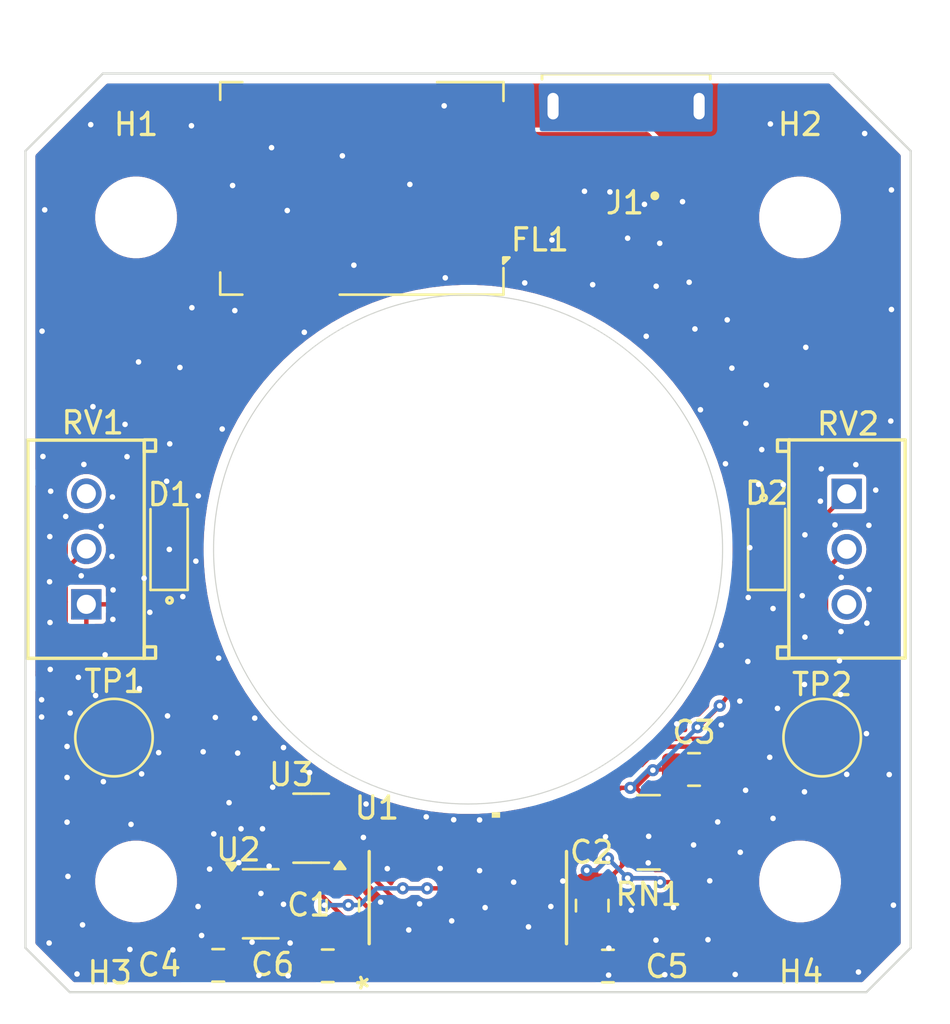
<source format=kicad_pcb>
(kicad_pcb (version 20240108) (generator "pcbnew") (generator_version "8.0")
  (layers (0 "F.Cu" signal) (31 "B.Cu" signal) (34 "B.Paste" user) (35 "F.Paste" user) (36 "B.SilkS" user "B.Silkscreen") (37 "F.SilkS" user "F.Silkscreen") (38 "B.Mask" user) (39 "F.Mask" user) (44 "Edge.Cuts" user))
  (net 0 "")
  (net 1 "Net-(D1-K)")
  (net 2 "/Vd1")
  (net 3 "Net-(D2-K)")
  (net 4 "/Vd2")
  (net 5 "Net-(RN1-R3.1)")
  (net 6 "/Vout")
  (net 7 "GND")
  (net 9 "+5V")
  (net 12 "Net-(U1D--)")
  (net 13 "Net-(RN1-R1.1)")
  (net 14 "+3.8V")
  (net 15 "+1V0")
  (net 17 "Net-(FL1-PSG)")
  (net 18 "Net-(FL1-B)")
  (footprint "Capacitor_SMD:C_0805_2012Metric" (layer "F.Cu") (at -5.66 16.09 90)
    (property "Reference" "C1")
    (property "Value" "10pF")
  )
  (footprint "Custom:Filter_Murata_BNX025" (layer "F.Cu") (at -4.8 -16.31 180)
    (property "Reference" "FL1")
    (property "Value" "BNX025")
  )
  (footprint "Custom:POT_PV36W_MUR" (layer "F.Cu") (at -17.2488 2.4792 90)
    (property "Reference" "RV1")
    (property "Value" "R_Potentiometer_Trim")
  )
  (footprint "Capacitor_SMD:C_0805_2012Metric" (layer "F.Cu") (at 6.32 18.82)
    (property "Reference" "C5")
    (property "Value" "100nF")
  )
  (footprint "TestPoint:TestPoint_Pad_D3.0mm" (layer "F.Cu") (at 16 8.5)
    (property "Reference" "TP2")
    (property "Value" "TestPoint")
  )
  (footprint "Custom:Photodiode" (layer "F.Cu") (at 13.5 0 90)
    (property "Reference" "D2")
    (property "Value" "D_Photo")
  )
  (footprint "Package_TO_SOT_SMD:SOT-23-5" (layer "F.Cu") (at -9.37 16.0075)
    (property "Reference" "U2")
    (property "Value" "3.8V LDO")
  )
  (footprint "Custom:Photodiode" (layer "F.Cu") (at -13.5 0 90)
    (property "Reference" "D1")
    (property "Value" "D_Photo")
  )
  (footprint "Resistor_SMD:R_Array_Convex_4x0603" (layer "F.Cu") (at 8.16 12.78 180)
    (property "Reference" "RN1")
    (property "Value" "1k, 10k" (hide yes))
  )
  (footprint "Capacitor_SMD:C_0805_2012Metric" (layer "F.Cu") (at -6.34 18.81 180)
    (property "Reference" "C6")
    (property "Value" "1µF")
  )
  (footprint "Package_TO_SOT_SMD:SOT-23-6" (layer "F.Cu") (at -7.09 12.5925 180)
    (property "Reference" "U3")
    (property "Value" "1.024 Vref")
  )
  (footprint "MountingHole:MountingHole_3.2mm_M3" (layer "F.Cu") (at 15 -15)
    (property "Reference" "H2")
    (property "Value" "MountingHole")
  )
  (footprint "Custom:SOIC14_SL_MCH" (layer "F.Cu") (at -0.01 15.7289 90)
    (property "Reference" "U1")
    (property "Value" "Opamp_Quad")
  )
  (footprint "Capacitor_SMD:C_0805_2012Metric" (layer "F.Cu") (at 10.21 9.94)
    (property "Reference" "C3")
    (property "Value" "10pF")
  )
  (footprint "Capacitor_SMD:C_0805_2012Metric" (layer "F.Cu") (at 5.61 16.09 90)
    (property "Reference" "C2")
    (property "Value" "10pF")
  )
  (footprint "MountingHole:MountingHole_3.2mm_M3" (layer "F.Cu") (at -15 15)
    (property "Reference" "H3")
    (property "Value" "MountingHole")
  )
  (footprint "Custom:AMPHENOL_10118193-0001LF" (layer "F.Cu") (at 7.14 -20.025 180)
    (property "Reference" "J1")
    (property "Value" "USB_B_Micro")
  )
  (footprint "Capacitor_SMD:C_0805_2012Metric" (layer "F.Cu") (at -11.29 18.79)
    (property "Reference" "C4")
    (property "Value" "1µF")
  )
  (footprint "MountingHole:MountingHole_3.2mm_M3" (layer "F.Cu") (at -15 -15)
    (property "Reference" "H1")
    (property "Value" "MountingHole")
  )
  (footprint "Custom:POT_PV36W_MUR" (layer "F.Cu") (at 17.11 -2.51 -90)
    (property "Reference" "RV2")
    (property "Value" "R_Potentiometer_Trim")
  )
  (footprint "MountingHole:MountingHole_3.2mm_M3" (layer "F.Cu") (at 15 15)
    (property "Reference" "H4")
    (property "Value" "MountingHole")
  )
  (footprint "TestPoint:TestPoint_Pad_D3.0mm" (layer "F.Cu") (at -16 8.5)
    (property "Reference" "TP1")
    (property "Value" "TestPoint")
  )
  (gr_line (start -16.5 -21.5) (end 16.5 -21.5) (stroke (width 0.1)) (layer "Edge.Cuts"))
  (gr_line (start -18 20) (end -20 18) (stroke (width 0.1)) (layer "Edge.Cuts"))
  (gr_line (start 18 20) (end -18 20) (stroke (width 0.1)) (layer "Edge.Cuts"))
  (gr_line (start -20 -18) (end -16.5 -21.5) (stroke (width 0.1)) (layer "Edge.Cuts"))
  (gr_line (start 20 18) (end 18 20) (stroke (width 0.1)) (layer "Edge.Cuts"))
  (gr_line (start -20 18) (end -20 -18) (stroke (width 0.1)) (layer "Edge.Cuts"))
  (gr_line (start 16.5 -21.5) (end 20 -18) (stroke (width 0.1)) (layer "Edge.Cuts"))
  (gr_line (start 20 -18) (end 20 18) (stroke (width 0.1)) (layer "Edge.Cuts"))
  (gr_circle (center 0 0) (end 11.5 0) (stroke (width 0.05)) (fill none) (layer "Edge.Cuts"))
  (segment (start -17.8346 3.065) (end -17.2488 2.4792) (width 0.2) (layer "F.Cu") (net 1))
  (segment (start -5.565026 15.14) (end -2.55 18.155026) (width 0.2) (layer "F.Cu") (net 1))
  (segment (start -6.865 11.277684) (end -9.962583 8.180101) (width 0.2) (layer "F.Cu") (net 1))
  (segment (start -6.86 13.93) (end -6.865 13.925) (width 0.2) (layer "F.Cu") (net 1))
  (segment (start -13.845025 8.180101) (end -17.2488 4.776326) (width 0.2) (layer "F.Cu") (net 1))
  (segment (start -17.2488 4.776326) (end -17.2488 2.4792) (width 0.2) (layer "F.Cu") (net 1))
  (segment (start -2.55 18.155026) (end -2.55 18.3832) (width 0.2) (layer "F.Cu") (net 1))
  (segment (start -14.8792 2.4792) (end -13.5 1.1) (width 0.2) (layer "F.Cu") (net 1))
  (segment (start -6.865 13.935) (end -6.86 13.93) (width 0.2) (layer "F.Cu") (net 1))
  (segment (start -5.66 15.14) (end -5.565026 15.14) (width 0.2) (layer "F.Cu") (net 1))
  (segment (start -5.66 15.14) (end -6.865 13.935) (width 0.2) (layer "F.Cu") (net 1))
  (segment (start -6.865 13.925) (end -6.865 11.277684) (width 0.2) (layer "F.Cu") (net 1))
  (segment (start -17.2488 2.4792) (end -14.8792 2.4792) (width 0.2) (layer "F.Cu") (net 1))
  (segment (start -9.962583 8.180101) (end -13.845025 8.180101) (width 0.2) (layer "F.Cu") (net 1))
  (segment (start -4.16 17.04) (end -5.66 17.04) (width 0.2) (layer "F.Cu") (net 2))
  (segment (start 0.7631 15.31) (end 0.90155 15.17155) (width 0.2) (layer "F.Cu") (net 2))
  (segment (start -2.95 15.31) (end -1.85 15.31) (width 0.2) (layer "F.Cu") (net 2))
  (segment (start 7.26 11.58) (end 6.66 11.58) (width 0.2) (layer "F.Cu") (net 2))
  (segment (start 1.75 14.3231) (end 3.67 14.3231) (width 0.2) (layer "F.Cu") (net 2))
  (segment (start -7.215 15.024034) (end -6.194517 16.044517) (width 0.2) (layer "F.Cu") (net 2))
  (segment (start -3.82 17.38) (end -4.16 17.04) (width 0.2) (layer "F.Cu") (net 2))
  (segment (start -15.95 8.55) (end -10.087658 8.55) (width 0.2) (layer "F.Cu") (net 2))
  (segment (start -18.1846 2.37) (end -18.1846 4.3355) (width 0.2) (layer "F.Cu") (net 2))
  (segment (start 3.9169 14.3231) (end 3.67 14.3231) (width 0.2) (layer "F.Cu") (net 2))
  (segment (start -7.215 11.422658) (end -7.215 15.024034) (width 0.2) (layer "F.Cu") (net 2))
  (segment (start -16 8.5) (end -16 6.5201) (width 0.2) (layer "F.Cu") (net 2))
  (segment (start -18.1846 0.915) (end -18.1846 2.37) (width 0.2) (layer "F.Cu") (net 2))
  (segment (start -6.194517 16.044517) (end -6.22 16.07) (width 0.2) (layer "F.Cu") (net 2))
  (segment (start -1.85 15.31) (end 0.7631 15.31) (width 0.2) (layer "F.Cu") (net 2))
  (segment (start -15.22 9.28) (end -16 8.5) (width 0.2) (layer "F.Cu") (net 2))
  (segment (start -17.91005 4.61005) (end -18.1846 4.3355) (width 0.2) (layer "F.Cu") (net 2))
  (segment (start -10.087658 8.55) (end -7.215 11.422658) (width 0.2) (layer "F.Cu") (net 2))
  (segment (start -3.82 18.3832) (end -3.82 17.38) (width 0.2) (layer "F.Cu") (net 2))
  (segment (start -5.415 16.07) (end -5.41 16.065) (width 0.2) (layer "F.Cu") (net 2))
  (segment (start -5.66 17.04) (end -5.66 16.579034) (width 0.2) (layer "F.Cu") (net 2))
  (segment (start 0.90155 15.17155) (end 1.75 14.3231) (width 0.2) (layer "F.Cu") (net 2))
  (segment (start -6.22 16.07) (end -6.49 16.07) (width 0.2) (layer "F.Cu") (net 2))
  (segment (start 6.66 11.58) (end 3.9169 14.3231) (width 0.2) (layer "F.Cu") (net 2))
  (segment (start -16 8.5) (end -15.95 8.55) (width 0.2) (layer "F.Cu") (net 2))
  (segment (start -5.66 17.04) (end -5.29 17.41) (width 0.2) (layer "F.Cu") (net 2))
  (segment (start -6.49 16.07) (end -5.415 16.07) (width 0.2) (layer "F.Cu") (net 2))
  (segment (start -16 6.5201) (end -17.91005 4.61005) (width 0.2) (layer "F.Cu") (net 2))
  (segment (start -17.2488 -0.0208) (end -18.1846 0.915) (width 0.2) (layer "F.Cu") (net 2))
  (segment (start -5.66 16.579034) (end -6.194517 16.044517) (width 0.2) (layer "F.Cu") (net 2))
  (via (at -6.49 16.07) (size 0.55) (drill 0.25) (layers "F.Cu" "B.Cu") (net 2))
  (via (at -2.95 15.31) (size 0.55) (drill 0.25) (layers "F.Cu" "B.Cu") (net 2))
  (via (at -5.41 16.065) (size 0.55) (drill 0.25) (layers "F.Cu" "B.Cu") (net 2))
  (via (at -1.85 15.31) (size 0.55) (drill 0.25) (layers "F.Cu" "B.Cu") (net 2))
  (segment (start -4.14 15.31) (end -2.95 15.31) (width 0.2) (layer "B.Cu") (net 2))
  (segment (start -6.49 16.07) (end -5.415 16.07) (width 0.2) (layer "B.Cu") (net 2))
  (segment (start -1.85 15.31) (end -2.95 15.31) (width 0.2) (layer "B.Cu") (net 2))
  (segment (start -5.415 16.07) (end -5.41 16.065) (width 0.2) (layer "B.Cu") (net 2))
  (segment (start -4.895 16.065) (end -4.396281 15.566281) (width 0.2) (layer "B.Cu") (net 2))
  (segment (start -4.39 15.56) (end -4.396281 15.566281) (width 0.2) (layer "B.Cu") (net 2))
  (segment (start -4.39 15.56) (end -4.14 15.31) (width 0.2) (layer "B.Cu") (net 2))
  (segment (start -5.41 16.065) (end -4.895 16.065) (width 0.2) (layer "B.Cu") (net 2))
  (segment (start 5.362005 14.495432) (end 5.455432 14.495432) (width 0.2) (layer "F.Cu") (net 3))
  (segment (start 5.362005 14.495432) (end 5.784568 14.495432) (width 0.2) (layer "F.Cu") (net 3))
  (segment (start 15.8242 6.4458) (end 15.8242 1.11) (width 0.2) (layer "F.Cu") (net 3))
  (segment (start 5.362005 14.892005) (end 5.61 15.14) (width 0.2) (layer "F.Cu") (net 3))
  (segment (start 15.275126 6.75) (end 15.52 6.75) (width 0.2) (layer "F.Cu") (net 3))
  (segment (start 9.514974 15.03) (end 9.854974 14.69) (width 0.2) (layer "F.Cu") (net 3))
  (segment (start 8.5 14.85) (end 8.68 15.03) (width 0.2) (layer "F.Cu") (net 3))
  (segment (start 9.854975 14.69) (end 14.25 10.294975) (width 0.2) (layer "F.Cu") (net 3))
  (segment (start 15.8142 1.1) (end 13.5 1.1) (width 0.2) (layer "F.Cu") (net 3))
  (segment (start 5.784568 14.495432) (end 6.32 13.96) (width 0.2) (layer "F.Cu") (net 3))
  (segment (start 5.784568 14.965432) (end 5.61 15.14) (width 0.2) (layer "F.Cu") (net 3))
  (segment (start 5.455432 14.495432) (end 5.62 14.66) (width 0.2) (layer "F.Cu") (net 3))
  (segment (start 15.8242 1.11) (end 15.8142 1.1) (width 0.2) (layer "F.Cu") (net 3))
  (segment (start 8.68 15.03) (end 9.514974 15.03) (width 0.2) (layer "F.Cu") (net 3))
  (segment (start 2.53 18.3832) (end 2.53 18.22) (width 0.2) (layer "F.Cu") (net 3))
  (segment (start 15.8142 -1.2142) (end 17.11 -2.51) (width 0.2) (layer "F.Cu") (net 3))
  (segment (start 9.854974 14.69) (end 9.854975 14.69) (width 0.2) (layer "F.Cu") (net 3))
  (segment (start 15.8142 1.1) (end 15.8142 -1.2142) (width 0.2) (layer "F.Cu") (net 3))
  (segment (start 7.21 14.85) (end 8.5 14.85) (width 0.2) (layer "F.Cu") (net 3))
  (segment (start 14.25 7.775126) (end 15.275126 6.75) (width 0.2) (layer "F.Cu") (net 3))
  (segment (start 2.53 18.22) (end 5.61 15.14) (width 0.2) (layer "F.Cu") (net 3))
  (segment (start 5.784568 14.495432) (end 5.784568 14.965432) (width 0.2) (layer "F.Cu") (net 3))
  (segment (start 15.52 6.75) (end 15.8242 6.4458) (width 0.2) (layer "F.Cu") (net 3))
  (segment (start 5.362005 14.495432) (end 5.362005 14.892005) (width 0.2) (layer "F.Cu") (net 3))
  (segment (start 14.25 10.294975) (end 14.25 7.775126) (width 0.2) (layer "F.Cu") (net 3))
  (via (at 8.68 15.03) (size 0.55) (drill 0.25) (layers "F.Cu" "B.Cu") (net 3))
  (via (at 7.21 14.85) (size 0.55) (drill 0.25) (layers "F.Cu" "B.Cu") (net 3))
  (via (at 5.362005 14.495432) (size 0.55) (drill 0.25) (layers "F.Cu" "B.Cu") (net 3))
  (via (at 6.32 13.96) (size 0.55) (drill 0.25) (layers "F.Cu" "B.Cu") (net 3))
  (segment (start 8.5 14.85) (end 7.21 14.85) (width 0.2) (layer "B.Cu") (net 3))
  (segment (start 6.32 13.98) (end 5.804568 14.495432) (width 0.2) (layer "B.Cu") (net 3))
  (segment (start 7.21 14.85) (end 6.32 13.96) (width 0.2) (layer "B.Cu") (net 3))
  (segment (start 7.21 14.84) (end 7.21 14.85) (width 0.2) (layer "B.Cu") (net 3))
  (segment (start 6.32 13.96) (end 6.32 13.98) (width 0.2) (layer "B.Cu") (net 3))
  (segment (start 5.804568 14.495432) (end 5.362005 14.495432) (width 0.2) (layer "B.Cu") (net 3))
  (segment (start 8.68 15.03) (end 8.5 14.85) (width 0.2) (layer "B.Cu") (net 3))
  (segment (start 3.8 18.3832) (end 3.8 17.62) (width 0.2) (layer "F.Cu") (net 4))
  (segment (start 4.38 17.04) (end 5.61 17.04) (width 0.2) (layer "F.Cu") (net 4))
  (segment (start 9.44 15.6) (end 9.44 15.599949) (width 0.2) (layer "F.Cu") (net 4))
  (segment (start 16 8.5) (end 15.028982 8.5) (width 0.2) (layer "F.Cu") (net 4))
  (segment (start 6.585 15.6) (end 9.44 15.6) (width 0.2) (layer "F.Cu") (net 4))
  (segment (start 16.1742 0.9258) (end 16.1742 8.3258) (width 0.2) (layer "F.Cu") (net 4))
  (segment (start 6.585 14.655) (end 6.585 15.6) (width 0.2) (layer "F.Cu") (net 4))
  (segment (start 3.8 17.62) (end 4.38 17.04) (width 0.2) (layer "F.Cu") (net 4))
  (segment (start 6.585 16.065) (end 5.61 17.04) (width 0.2) (layer "F.Cu") (net 4))
  (segment (start 17.11 -0.01) (end 16.1742 0.9258) (width 0.2) (layer "F.Cu") (net 4))
  (segment (start 16 9.039949) (end 16 8.5) (width 0.2) (layer "F.Cu") (net 4))
  (segment (start 9.44 15.599949) (end 16 9.039949) (width 0.2) (layer "F.Cu") (net 4))
  (segment (start 7.26 13.98) (end 6.585 14.655) (width 0.2) (layer "F.Cu") (net 4))
  (segment (start 6.585 15.6) (end 6.585 16.065) (width 0.2) (layer "F.Cu") (net 4))
  (segment (start 5.61 17.04) (end 5.24 17.41) (width 0.2) (layer "F.Cu") (net 4))
  (segment (start 16.1742 8.3258) (end 16 8.5) (width 0.2) (layer "F.Cu") (net 4))
  (segment (start 1.7644 13.9981) (end 3.2481 13.9981) (width 0.15) (layer "F.Cu") (net 5))
  (segment (start 4.345957 11.680256) (end 4.470221 11.628249) (width 0.2) (layer "F.Cu") (net 5))
  (segment (start 1.26 13.4937) (end 1.7644 13.9981) (width 0.15) (layer "F.Cu") (net 5))
  (segment (start 5.023941 11.405075) (end 5.144939 11.345865) (width 0.2) (layer "F.Cu") (net 5))
  (segment (start 8.229325 9.405649) (end 8.724974 8.91) (width 0.2) (layer "F.Cu") (net 5))
  (segment (start 9.06 11.58) (end 9.06 12.38) (width 0.2) (layer "F.Cu") (net 5))
  (segment (start 10.13 8.91) (end 11.16 9.94) (width 0.2) (layer "F.Cu") (net 5))
  (segment (start 3.2481 13.9981) (end 3.2956 13.9506) (width 0.15) (layer "F.Cu") (net 5))
  (segment (start 7.008231 10.297917) (end 7.166927 10.19563) (width 0.2) (layer "F.Cu") (net 5))
  (segment (start 3.66 11.94) (end 3.702051 11.897949) (width 0.2) (layer "F.Cu") (net 5))
  (segment (start 6.115508 10.847392) (end 6.217534 10.847392) (width 0.2) (layer "F.Cu") (net 5))
  (segment (start 8.178894 9.405649) (end 8.229325 9.405649) (width 0.2) (layer "F.Cu") (net 5))
  (segment (start 7.203333 10.159224) (end 7.752941 9.757441) (width 0.2) (layer "F.Cu") (net 5))
  (segment (start 5.673161 11.08738) (end 5.684623 11.090572) (width 0.2) (layer "F.Cu") (net 5))
  (segment (start 9.06 11.58) (end 9.52 11.58) (width 0.2) (layer "F.Cu") (net 5))
  (segment (start 8.048143 9.532412) (end 8.160555 9.42) (width 0.2) (layer "F.Cu") (net 5))
  (segment (start 4.51731 11.608541) (end 4.904635 11.446437) (width 0.2) (layer "F.Cu") (net 5))
  (segment (start 6.331194 10.734301) (end 6.331195 10.7343) (width 0.2) (layer "F.Cu") (net 5))
  (segment (start 8.160555 9.42) (end 8.164543 9.42) (width 0.2) (layer "F.Cu") (net 5))
  (segment (start 8.164543 9.42) (end 8.178894 9.405649) (width 0.2) (layer "F.Cu") (net 5))
  (segment (start 7.166927 10.19563) (end 7.203333 10.159224) (width 0.2) (layer "F.Cu") (net 5))
  (segment (start 7.772944 9.737438) (end 7.843118 9.737438) (width 0.2) (layer "F.Cu") (net 5))
  (segment (start 4.334947 11.675743) (end 4.345957 11.680256) (width 0.2) (layer "F.Cu") (net 5))
  (segment (start 4.052757 11.774818) (end 3.702051 11.897949) (width 0.2) (layer "F.Cu") (net 5))
  (segment (start 5.684623 11.090572) (end 6.115508 10.847392) (width 0.2) (layer "F.Cu") (net 5))
  (segment (start 9.52 11.58) (end 11.16 9.94) (width 0.2) (layer "F.Cu") (net 5))
  (segment (start 3.45 12.15) (end 3.66 11.94) (width 0.15) (layer "F.Cu") (net 5))
  (segment (start 5.269181 11.293867) (end 5.273693 11.282859) (width 0.2) (layer "F.Cu") (net 5))
  (segment (start 8.724974 8.91) (end 10.13 8.91) (width 0.2) (layer "F.Cu") (net 5))
  (segment (start 4.904635 11.446437) (end 5.012685 11.401216) (width 0.2) (layer "F.Cu") (net 5))
  (segment (start 5.144939 11.345865) (end 5.269181 11.293867) (width 0.2) (layer "F.Cu") (net 5))
  (segment (start 3.2956 13.9506) (end 3.2956 12.1511) (width 0.15) (layer "F.Cu") (net 5))
  (segment (start 3.2967 12.15) (end 3.45 12.15) (width 0.15) (layer "F.Cu") (net 5))
  (segment (start 4.515476 11.61236) (end 4.51731 11.608541) (width 0.2) (layer "F.Cu") (net 5))
  (segment (start 3.2956 12.1511) (end 3.2967 12.15) (width 0.15) (layer "F.Cu") (net 5))
  (segment (start 4.052757 11.774818) (end 4.334947 11.675743) (width 0.2) (layer "F.Cu") (net 5))
  (segment (start 8.048143 9.532413) (end 8.048143 9.532412) (width 0.2) (layer "F.Cu") (net 5))
  (segment (start 7.752941 9.757441) (end 7.772944 9.737438) (width 0.2) (layer "F.Cu") (net 5))
  (segment (start 1.26 13.0746) (end 1.26 13.4937) (width 0.15) (layer "F.Cu") (net 5))
  (segment (start 6.329594 10.735332) (end 6.331194 10.734301) (width 0.2) (layer "F.Cu") (net 5))
  (segment (start 5.273693 11.282859) (end 5.673161 11.08738) (width 0.2) (layer "F.Cu") (net 5))
  (segment (start 7.843118 9.737438) (end 8.048143 9.532413) (width 0.2) (layer "F.Cu") (net 5))
  (segment (start 5.012685 11.401216) (end 5.023941 11.405075) (width 0.2) (layer "F.Cu") (net 5))
  (segment (start 6.217534 10.847392) (end 6.329594 10.735332) (width 0.2) (layer "F.Cu") (net 5))
  (segment (start 4.470221 11.628249) (end 4.515476 11.61236) (width 0.2) (layer "F.Cu") (net 5))
  (segment (start 6.331195 10.7343) (end 7.008231 10.297917) (width 0.2) (layer "F.Cu") (net 5))
  (segment (start 12.04 5.442477) (end 12.04 0.566961) (width 0.2) (layer "F.Cu") (net 6))
  (segment (start 12.452283 -4.436766) (end 12.54677 -4.534397) (width 0.2) (layer "F.Cu") (net 6))
  (segment (start 12.712165 -4.749951) (end 12.848009 -4.985249) (width 0.2) (layer "F.Cu") (net 6))
  (segment (start 11.37 7.06) (end 11.474252 6.952434) (width 0.2) (layer "F.Cu") (net 6))
  (segment (start 7.33 10.77) (end 7.55302 10.77) (width 0.2) (layer "F.Cu") (net 6))
  (segment (start 9.26 9.94) (end 8.38302 9.94) (width 0.2) (layer "F.Cu") (net 6))
  (segment (start 7.33 10.77) (end 7.6 10.77) (width 0.2) (layer "F.Cu") (net 6))
  (segment (start 11.998551 5.88925) (end 12.037649 5.592255) (width 0.2) (layer "F.Cu") (net 6))
  (segment (start 13.075 -5.917463) (end 13.059994 -5.932469) (width 0.2) (layer "F.Cu") (net 6))
  (segment (start 4.542838 13.0746) (end 6.712512 10.904926) (width 0.2) (layer "F.Cu") (net 6))
  (segment (start 11.656611 6.714779) (end 11.806388 6.455355) (width 0.2) (layer "F.Cu") (net 6))
  (segment (start 12.04 0.566961) (end 12.052402 0.355999) (width 0.2) (layer "F.Cu") (net 6))
  (segment (start 6.921846 10.77) (end 7.33 10.77) (width 0.2) (layer "F.Cu") (net 6))
  (segment (start 12.951979 -5.236265) (end 12.997089 -5.404626) (width 0.2) (layer "F.Cu") (net 6))
  (segment (start 12.997089 -5.404626) (end 13.075 -5.482537) (width 0.2) (layer "F.Cu") (net 6))
  (segment (start 11.474252 6.952434) (end 11.656611 6.714779) (width 0.2) (layer "F.Cu") (net 6))
  (segment (start 13.0336 -6.301514) (end 12.955766 -6.842861) (width 0.2) (layer "F.Cu") (net 6))
  (segment (start 12.54677 -4.534397) (end 12.712165 -4.749951) (width 0.2) (layer "F.Cu") (net 6))
  (segment (start 7.91 11.08) (end 7.91 12.33) (width 0.2) (layer "F.Cu") (net 6))
  (segment (start 12.054916 -2.644355) (end 12.09511 -3.103775) (width 0.2) (layer "F.Cu") (net 6))
  (segment (start 7.55302 10.77) (end 8.348952 9.974068) (width 0.2) (layer "F.Cu") (net 6))
  (segment (start 11.806388 6.455355) (end 11.921022 6.1786) (width 0.2) (layer "F.Cu") (net 6))
  (segment (start 12.052402 0.355999) (end 12.052402 -2.413768) (width 0.2) (layer "F.Cu") (net 6))
  (segment (start 10.39897 8.03103) (end 11.37 7.06) (width 0.2) (layer "F.Cu") (net 6))
  (segment (start 12.685428 -7.902036) (end 12.494302 -8.414467) (width 0.2) (layer "F.Cu") (net 6))
  (segment (start 12.839512 -7.377276) (end 12.685428 -7.902036) (width 0.2) (layer "F.Cu") (net 6))
  (segment (start 12.294552 -4.003404) (end 12.452283 -4.436766) (width 0.2) (layer "F.Cu") (net 6))
  (segment (start 13.059994 -5.932469) (end 13.0336 -6.301514) (width 0.2) (layer "F.Cu") (net 6))
  (segment (start 7.91 12.33) (end 7.86 12.38) (width 0.2) (layer "F.Cu") (net 6))
  (segment (start 12.848009 -4.985249) (end 12.951979 -5.236265) (width 0.2) (layer "F.Cu") (net 6))
  (segment (start 12.037649 5.592255) (end 12.04 5.442477) (width 0.2) (layer "F.Cu") (net 6))
  (segment (start 12.175192 -3.557943) (end 12.294552 -4.003404) (width 0.2) (layer "F.Cu") (net 6))
  (segment (start 11.921022 6.1786) (end 11.998551 5.88925) (width 0.2) (layer "F.Cu") (net 6))
  (segment (start 12.955766 -6.842861) (end 12.839512 -7.377276) (width 0.2) (layer "F.Cu") (net 6))
  (segment (start 12.052402 -2.413768) (end 12.054916 -2.644355) (width 0.2) (layer "F.Cu") (net 6))
  (segment (start 12.09511 -3.103775) (end 12.175192 -3.557943) (width 0.2) (layer "F.Cu") (net 6))
  (segment (start 12.267106 -8.911957) (end 9.481187 -11.697876) (width 0.2) (layer "F.Cu") (net 6))
  (segment (start 13.075 -5.482537) (end 13.075 -5.917463) (width 0.2) (layer "F.Cu") (net 6))
  (segment (start 10.37 8.03103) (end 10.39897 8.03103) (width 0.2) (layer "F.Cu") (net 6))
  (segment (start 3.8 13.0746) (end 4.542838 13.0746) (width 0.2) (layer "F.Cu") (net 6))
  (segment (start 7.86 12.38) (end 7.26 12.38) (width 0.2) (layer "F.Cu") (net 6))
  (segment (start 12.494302 -8.414467) (end 12.267106 -8.911957) (width 0.2) (layer "F.Cu") (net 6))
  (segment (start 8.38302 9.94) (end 8.348952 9.974068) (width 0.2) (layer "F.Cu") (net 6))
  (segment (start 7.6 10.77) (end 7.91 11.08) (width 0.2) (layer "F.Cu") (net 6))
  (segment (start 6.712512 10.904926) (end 6.921846 10.77) (width 0.2) (layer "F.Cu") (net 6))
  (via (at 8.348952 9.974068) (size 0.55) (drill 0.25) (layers "F.Cu" "B.Cu") (net 6))
  (via (at 7.33 10.77) (size 0.55) (drill 0.25) (layers "F.Cu" "B.Cu") (net 6))
  (via (at 11.37 7.06) (size 0.55) (drill 0.25) (layers "F.Cu" "B.Cu") (net 6))
  (via (at 10.37 8.03103) (size 0.55) (drill 0.25) (layers "F.Cu" "B.Cu") (net 6))
  (arc (start 9.481187 -11.697876) (mid 7.748455 -14.291092) (end 7.14 -17.35) (width 0.2) (layer "F.Cu") (net 6))
  (segment (start 8.348952 9.974068) (end 8.125932 9.974068) (width 0.2) (layer "B.Cu") (net 6))
  (segment (start 11.34103 7.06) (end 10.37 8.03103) (width 0.2) (layer "B.Cu") (net 6))
  (segment (start 8.426962 9.974068) (end 10.37 8.03103) (width 0.2) (layer "B.Cu") (net 6))
  (segment (start 8.348952 9.974068) (end 8.426962 9.974068) (width 0.2) (layer "B.Cu") (net 6))
  (segment (start 8.125932 9.974068) (end 7.33 10.77) (width 0.2) (layer "B.Cu") (net 6))
  (segment (start 11.37 7.06) (end 11.34103 7.06) (width 0.2) (layer "B.Cu") (net 6))
  (segment (start -18.1846 -1.0754) (end -18.08 -1.18) (width 0.2) (layer "F.Cu") (net 7))
  (segment (start -18.07 4.945074) (end -18.5346 4.480474) (width 0.2) (layer "F.Cu") (net 7))
  (segment (start -18.1846 0.420026) (end -18.5346 0.770026) (width 0.2) (layer "F.Cu") (net 7))
  (segment (start 8.46 14.48) (end 8.14 14.16) (width 0.2) (layer "F.Cu") (net 7))
  (segment (start -18.1846 0.420026) (end -18.1846 -1.0754) (width 0.2) (layer "F.Cu") (net 7))
  (segment (start 9.71 14.34) (end 9.57 14.48) (width 0.2) (layer "F.Cu") (net 7))
  (segment (start 9.57 14.48) (end 8.46 14.48) (width 0.2) (layer "F.Cu") (net 7))
  (segment (start -18.07 5.34) (end -18.07 4.945074) (width 0.2) (layer "F.Cu") (net 7))
  (segment (start -18.5346 4.480474) (end -18.5346 0.88) (width 0.2) (layer "F.Cu") (net 7))
  (segment (start -18.5346 0.770026) (end -18.5346 0.88) (width 0.2) (layer "F.Cu") (net 7))
  (via (at 8.5 -11.89) (size 0.55) (drill 0.25) (layers "F.Cu" "B.Cu") (net 7))
  (via (at 19.03 10.17) (size 0.55) (drill 0.25) (layers "F.Cu" "B.Cu") (net 7))
  (via (at -8.04 17.78) (size 0.55) (drill 0.25) (layers "F.Cu" "B.Cu") (net 7))
  (via (at 12.3 13.68) (size 0.55) (drill 0.25) (layers "F.Cu" "B.Cu") (net 7))
  (via (at 10.19 13.35) (size 0.55) (drill 0.25) (layers "F.Cu" "B.Cu") (net 7))
  (via (at -12.19 -2.42) (size 0.55) (drill 0.25) (layers "F.Cu" "B.Cu") (net 7))
  (via (at 8.89 19.21) (size 0.55) (drill 0.25) (layers "F.Cu" "B.Cu") (net 7))
  (via (at -16.4 4.76) (size 0.55) (drill 0.25) (layers "F.Cu" "B.Cu") (net 7))
  (via (at 9.69 -15.71) (size 0.55) (drill 0.25) (layers "F.Cu" "B.Cu") (net 7))
  (via (at -19.27 7.57) (size 0.55) (drill 0.25) (layers "F.Cu" "B.Cu") (net 7))
  (via (at 6.41 -16.15) (size 0.55) (drill 0.25) (layers "F.Cu" "B.Cu") (net 7))
  (via (at 10.5 -6.31) (size 0.55) (drill 0.25) (layers "F.Cu" "B.Cu") (net 7))
  (via (at -11.11 -5.44) (size 0.55) (drill 0.25) (layers "F.Cu" "B.Cu") (net 7))
  (via (at 0.77 16.18) (size 0.55) (drill 0.25) (layers "F.Cu" "B.Cu") (net 7))
  (via (at 6.21 12.98) (size 0.55) (drill 0.25) (layers "F.Cu" "B.Cu") (net 7))
  (via (at -13.5 0) (size 0.55) (drill 0.25) (layers "F.Cu" "B.Cu") (net 7))
  (via (at -15.28 18.07) (size 0.55) (drill 0.25) (layers "F.Cu" "B.Cu") (net 7))
  (via (at -8.13 19.26) (size 0.55) (drill 0.25) (layers "F.Cu" "B.Cu") (net 7))
  (via (at 15.26 -9.13) (size 0.55) (drill 0.25) (layers "F.Cu" "B.Cu") (net 7))
  (via (at -16.07 -2.37) (size 0.55) (drill 0.25) (layers "F.Cu" "B.Cu") (net 7))
  (via (at 18.12 1.81) (size 0.55) (drill 0.25) (layers "F.Cu" "B.Cu") (net 7))
  (via (at -8.83 10.74) (size 0.55) (drill 0.25) (layers "F.Cu" "B.Cu") (net 7))
  (via (at -14.85 6.29) (size 0.55) (drill 0.25) (layers "F.Cu" "B.Cu") (net 7))
  (via (at -18.12 10.3) (size 0.55) (drill 0.25) (layers "F.Cu" "B.Cu") (net 7))
  (via (at 8.05 -9.63) (size 0.55) (drill 0.25) (layers "F.Cu" "B.Cu") (net 7))
  (via (at 11.44 4.33) (size 0.55) (drill 0.25) (layers "F.Cu" "B.Cu") (net 7))
  (via (at -8.17 -15.31) (size 0.55) (drill 0.25) (layers "F.Cu" "B.Cu") (net 7))
  (via (at 16.58 -1.11) (size 0.55) (drill 0.25) (layers "F.Cu" "B.Cu") (net 7))
  (via (at -12.89 2.13) (size 0.55) (drill 0.25) (layers "F.Cu" "B.Cu") (net 7))
  (via (at 12.66 2.17) (size 0.55) (drill 0.25) (layers "F.Cu" "B.Cu") (net 7))
  (via (at -13.34 18.09) (size 0.55) (drill 0.25) (layers "F.Cu" "B.Cu") (net 7))
  (via (at -18.08 14.77) (size 0.55) (drill 0.25) (layers "F.Cu" "B.Cu") (net 7))
  (via (at 19.13 -10.84) (size 0.55) (drill 0.25) (layers "F.Cu" "B.Cu") (net 7))
  (via (at -10.26 12.62) (size 0.55) (drill 0.25) (layers "F.Cu" "B.Cu") (net 7))
  (via (at 13.98 7.18) (size 0.55) (drill 0.25) (layers "F.Cu" "B.Cu") (net 7))
  (via (at -10.54 -10.79) (size 0.55) (drill 0.25) (layers "F.Cu" "B.Cu") (net 7))
  (via (at -18.88 5.42) (size 0.55) (drill 0.25) (layers "F.Cu" "B.Cu") (net 7))
  (via (at -18.86 -2.63) (size 0.55) (drill 0.25) (layers "F.Cu" "B.Cu") (net 7))
  (via (at -15.5 -5.65) (size 0.55) (drill 0.25) (layers "F.Cu" "B.Cu") (net 7))
  (via (at 8.16 12.96) (size 0.55) (drill 0.25) (layers "F.Cu" "B.Cu") (net 7))
  (via (at -3.95 15.93) (size 0.55) (drill 0.25) (layers "F.Cu" "B.Cu") (net 7))
  (via (at 18.11 -1.09) (size 0.55) (drill 0.25) (layers "F.Cu" "B.Cu") (net 7))
  (via (at -8.34 16.03) (size 0.55) (drill 0.25) (layers "F.Cu" "B.Cu") (net 7))
  (via (at -17.61 5.78) (size 0.55) (drill 0.25) (layers "F.Cu" "B.Cu") (net 7))
  (via (at 12.54 10.88) (size 0.55) (drill 0.25) (layers "F.Cu" "B.Cu") (net 7))
  (via (at -0.65 12.21) (size 0.55) (drill 0.25) (layers "F.Cu" "B.Cu") (net 7))
  (via (at -14.89 -8.47) (size 0.55) (drill 0.25) (layers "F.Cu" "B.Cu") (net 7))
  (via (at -10.36 14.15) (size 0.55) (drill 0.25) (layers "F.Cu" "B.Cu") (net 7))
  (via (at -17.98 7.39) (size 0.55) (drill 0.25) (layers "F.Cu" "B.Cu") (net 7))
  (via (at 10.84 17.63) (size 0.55) (drill 0.25) (layers "F.Cu" "B.Cu") (net 7))
  (via (at -4.73 13.01) (size 0.55) (drill 0.25) (layers "F.Cu" "B.Cu") (net 7))
  (via (at -4.61 11.5) (size 0.55) (drill 0.25) (layers "F.Cu" "B.Cu") (net 7))
  (via (at -19.25 -9.86) (size 0.55) (drill 0.25) (layers "F.Cu" "B.Cu") (net 7))
  (via (at 19.13 -16.24) (size 0.55) (drill 0.25) (layers "F.Cu" "B.Cu") (net 7))
  (via (at 15.2 10.95) (size 0.55) (drill 0.25) (layers "F.Cu" "B.Cu") (net 7))
  (via (at 9.99 -12.07) (size 0.55) (drill 0.25) (layers "F.Cu" "B.Cu") (net 7))
  (via (at -11.68 14.44) (size 0.55) (drill 0.25) (layers "F.Cu" "B.Cu") (net 7))
  (via (at 16.83 6.55) (size 0.55) (drill 0.25) (layers "F.Cu" "B.Cu") (net 7))
  (via (at -10.64 -16.44) (size 0.55) (drill 0.25) (layers "F.Cu" "B.Cu") (net 7))
  (via (at -18.12 8.9) (size 0.55) (drill 0.25) (layers "F.Cu" "B.Cu") (net 7))
  (via (at -13.48 -4.77) (size 0.55) (drill 0.25) (layers "F.Cu" "B.Cu") (net 7))
  (via (at -16.95 -6.45) (size 0.55) (drill 0.25) (layers "F.Cu" "B.Cu") (net 7))
  (via (at -9.45 19.24) (size 0.55) (drill 0.25) (layers "F.Cu" "B.Cu") (net 7))
  (via (at -14.64 1.3) (size 0.55) (drill 0.25) (layers "F.Cu" "B.Cu") (net 7))
  (via (at 5.26 -16.18) (size 0.55) (drill 0.25) (layers "F.Cu" "B.Cu") (net 7))
  (via (at -2.63 -16.49) (size 0.55) (drill 0.25) (layers "F.Cu" "B.Cu") (net 7))
  (via (at -15.23 12.42) (size 0.55) (drill 0.25) (layers "F.Cu" "B.Cu") (net 7))
  (via (at -7.16 10.08) (size 0.55) (drill 0.25) (layers "F.Cu" "B.Cu") (net 7))
  (via (at 11.71 -10.37) (size 0.55) (drill 0.25) (layers "F.Cu" "B.Cu") (net 7))
  (via (at -13.02 -8.22) (size 0.55) (drill 0.25) (layers "F.Cu" "B.Cu") (net 7))
  (via (at 0.52 14.51) (size 0.55) (drill 0.25) (layers "F.Cu" "B.Cu") (net 7))
  (via (at 15.96 -3.64) (size 0.55) (drill 0.25) (layers "F.Cu" "B.Cu") (net 7))
  (via (at 17.92 -18.79) (size 0.55) (drill 0.25) (layers "F.Cu" "B.Cu") (net 7))
  (via (at 13.27 -4.51) (size 0.55) (drill 0.25) (layers "F.Cu" "B.Cu") (net 7))
  (via (at -17.48 1.19) (size 0.55) (drill 0.25) (layers "F.Cu" "B.Cu") (net 7))
  (via (at -8.34 8.95) (size 0.55) (drill 0.25) (layers "F.Cu" "B.Cu") (net 7))
  (via (at 2.56 -12.04) (size 0.55) (drill 0.25) (layers "F.Cu" "B.Cu") (net 7))
  (via (at -9.64 7.62) (size 0.55) (drill 0.25) (layers "F.Cu" "B.Cu") (net 7))
  (via (at -12.2 16.13) (size 0.55) (drill 0.25) (layers "F.Cu" "B.Cu") (net 7))
  (via (at 15.22 3.96) (size 0.55) (drill 0.25) (layers "F.Cu" "B.Cu") (net 7))
  (via (at 13.13 -2.94) (size 0.55) (drill 0.25) (layers "F.Cu" "B.Cu") (net 7))
  (via (at -2.68 17.19) (size 0.55) (drill 0.25) (layers "F.Cu" "B.Cu") (net 7))
  (via (at -1.08 -20.04) (size 0.55) (drill 0.25) (layers "F.Cu" "B.Cu") (net 7))
  (via (at -9.36 15.54) (size 0.55) (drill 0.25) (layers "F.Cu" "B.Cu") (net 7))
  (via (at 18 8.32) (size 0.55) (drill 0.25) (layers "F.Cu" "B.Cu") (net 7))
  (via (at 11.28 12.31) (size 0.55) (drill 0.25) (layers "F.Cu" "B.Cu") (net 7))
  (via (at -11.27 4.91) (size 0.55) (drill 0.25) (layers "F.Cu" "B.Cu") (net 7))
  (via (at -16.83 6.6) (size 0.55) (drill 0.25) (layers "F.Cu" "B.Cu") (net 7))
  (via (at 11.44 7.93) (size 0.55) (drill 0.25) (layers "F.Cu" "B.Cu") (net 7))
  (via (at 7.37 16.3) (size 0.55) (drill 0.25) (layers "F.Cu" "B.Cu") (net 7))
  (via (at -18.9 -0.58) (size 0.55) (drill 0.25) (layers "F.Cu" "B.Cu") (net 7))
  (via (at 16.86 1.26) (size 0.55) (drill 0.25) (layers "F.Cu" "B.Cu") (net 7))
  (via (at 7.21 -14.06) (size 0.55) (drill 0.25) (layers "F.Cu" "B.Cu") (net 7))
  (via (at 12.73 -0.08) (size 0.55) (drill 0.25) (layers "F.Cu" "B.Cu") (net 7))
  (via (at -8.88 -18.15) (size 0.55) (drill 0.25) (layers "F.Cu" "B.Cu") (net 7))
  (via (at 19.1 -5.8) (size 0.55) (drill 0.25) (layers "F.Cu" "B.Cu") (net 7))
  (via (at -18.91 1.46) (size 0.55) (drill 0.25) (layers "F.Cu" "B.Cu") (net 7))
  (via (at 17.64 19.09) (size 0.55) (drill 0.25) (layers "F.Cu" "B.Cu") (net 7))
  (via (at 6.36 18.01) (size 0.55) (drill 0.25) (layers "F.Cu" "B.Cu") (net 7))
  (via (at 0.52 12.22) (size 0.55) (drill 0.25) (layers "F.Cu" "B.Cu") (net 7))
  (via (at -0.74 16.78) (size 0.55) (drill 0.25) (layers "F.Cu" "B.Cu") (net 7))
  (via (at -3.65 14.42) (size 0.55) (drill 0.25) (layers "F.Cu" "B.Cu") (net 7))
  (via (at -10.8 11.44) (size 0.55) (drill 0.25) (layers "F.Cu" "B.Cu") (net 7))
  (via (at 13.63 9.39) (size 0.55) (drill 0.25) (layers "F.Cu" "B.Cu") (net 7))
  (via (at 14.24 -2.93) (size 0.55) (drill 0.25) (layers "F.Cu" "B.Cu") (net 7))
  (via (at 18.42 -2.68) (size 0.55) (drill 0.25) (layers "F.Cu" "B.Cu") (net 7))
  (via (at 2.06 15.03) (size 0.55) (drill 0.25) (layers "F.Cu" "B.Cu") (net 7))
  (via (at -5.68 -17.78) (size 0.55) (drill 0.25) (layers "F.Cu" "B.Cu") (net 7))
  (via (at -19.21 -4.2) (size 0.55) (drill 0.25) (layers "F.Cu" "B.Cu") (net 7))
  (via (at -17.36 -3.84) (size 0.55) (drill 0.25) (layers "F.Cu" "B.Cu") (net 7))
  (via (at 13.78 2.67) (size 0.55) (drill 0.25) (layers "F.Cu" "B.Cu") (net 7))
  (via (at -14.38 2.84) (size 0.55) (drill 0.25) (layers "F.Cu" "B.Cu") (net 7))
  (via (at 15.2 6.1) (size 0.55) (drill 0.25) (layers "F.Cu" "B.Cu") (net 7))
  (via (at -13.58 7.52) (size 0.55) (drill 0.25) (layers "F.Cu" "B.Cu") (net 7))
  (via (at -18.93 17.78) (size 0.55) (drill 0.25) (layers "F.Cu" "B.Cu") (net 7))
  (via (at -17.42 16.96) (size 0.55) (drill 0.25) (layers "F.Cu" "B.Cu") (net 7))
  (via (at -12.48 -10.92) (size 0.55) (drill 0.25) (layers "F.Cu" "B.Cu") (net 7))
  (via (at 8.14 14.16) (size 0.55) (drill 0.25) (layers "F.Cu" "B.Cu") (net 7))
  (via (at 13.78 12.15) (size 0.55) (drill 0.25) (layers "F.Cu" "B.Cu") (net 7))
  (via (at 12.07 19.2) (size 0.55) (drill 0.25) (layers "F.Cu" "B.Cu") (net 7))
  (via (at 16.78 5.03) (size 0.55) (drill 0.25) (layers "F.Cu" "B.Cu") (net 7))
  (via (at -19.27 6.79) (size 0.55) (drill 0.25) (layers "F.Cu" "B.Cu") (net 7))
  (via (at -13.62 -3.08) (size 0.55) (drill 0.25) (layers "F.Cu" "B.Cu") (net 7))
  (via (at -2.19 16.01) (size 0.55) (drill 0.25) (layers "F.Cu" "B.Cu") (net 7))
  (via (at 4.28 14.98) (size 0.55) (drill 0.25) (layers "F.Cu" "B.Cu") (net 7))
  (via (at 19.22 16.07) (size 0.55) (drill 0.25) (layers "F.Cu" "B.Cu") (net 7))
  (via (at 3.74 16.13) (size 0.55) (drill 0.25) (layers "F.Cu" "B.Cu") (net 7))
  (via (at -13.98 9.18) (size 0.55) (drill 0.25) (layers "F.Cu" "B.Cu") (net 7))
  (via (at -16.09 0.32) (size 0.55) (drill 0.25) (layers "F.Cu" "B.Cu") (net 7))
  (via (at 9.28 16.18) (size 0.55) (drill 0.25) (layers "F.Cu" "B.Cu") (net 7))
  (via (at -10.41 9.2) (size 0.55) (drill 0.25) (layers "F.Cu" "B.Cu") (net 7))
  (via (at 15.1 2.09) (size 0.55) (drill 0.25) (layers "F.Cu" "B.Cu") (net 7))
  (via (at 9.43 7.88) (size 0.55) (drill 0.25) (layers "F.Cu" "B.Cu") (net 7))
  (via (at 13.66 -19.22) (size 0.55) (drill 0.25) (layers "F.Cu" "B.Cu") (net 7))
  (via (at 11.92 -8.19) (size 0.55) (drill 0.25) (layers "F.Cu" "B.Cu") (net 7))
  (via (at 10.25 -9.96) (size 0.55) (drill 0.25) (layers "F.Cu" "B.Cu") (net 7))
  (via (at -11.49 12.85) (size 0.55) (drill 0.25) (layers "F.Cu" "B.Cu") (net 7))
  (via (at 12.55 -5.7) (size 0.55) (drill 0.25) (layers "F.Cu" "B.Cu") (net 7))
  (via (at 13.48 -7.43) (size 0.55) (drill 0.25) (layers "F.Cu" "B.Cu") (net 7))
  (via (at 7.97 -15.59) (size 0.55) (drill 0.25) (layers "F.Cu" "B.Cu") (net 7))
  (via (at -8.99 14.31) (size 0.55) (drill 0.25) (layers "F.Cu" "B.Cu") (net 7))
  (via (at -17.67 19.18) (size 0.55) (drill 0.25) (layers "F.Cu" "B.Cu") (net 7))
  (via (at 18.02 3.33) (size 0.55) (drill 0.25) (layers "F.Cu" "B.Cu") (net 7))
  (via (at -18.89 3.3) (size 0.55) (drill 0.25) (layers "F.Cu" "B.Cu") (net 7))
  (via (at 11.63 -3.87) (size 0.55) (drill 0.25) (layers "F.Cu" "B.Cu") (net 7))
  (via (at -15.41 -4.19) (size 0.55) (drill 0.25) (layers "F.Cu" "B.Cu") (net 7))
  (via (at -5.16 -12.84) (size 0.55) (drill 0.25) (layers "F.Cu" "B.Cu") (net 7))
  (via (at -11.97 9.14) (size 0.55) (drill 0.25) (layers "F.Cu" "B.Cu") (net 7))
  (via (at -16.58 -1.04) (size 0.55) (drill 0.25) (layers "F.Cu" "B.Cu") (net 7))
  (via (at -7.4 -9.81) (size 0.55) (drill 0.25) (layers "F.Cu" "B.Cu") (net 7))
  (via (at -1.26 14.41) (size 0.55) (drill 0.25) (layers "F.Cu" "B.Cu") (net 7))
  (via (at -11.42 7.59) (size 0.55) (drill 0.25) (layers "F.Cu" "B.Cu") (net 7))
  (via (at 12.28 6.85) (size 0.55) (drill 0.25) (layers "F.Cu" "B.Cu") (net 7))
  (via (at 2.73 17.05) (size 0.55) (drill 0.25) (layers "F.Cu" "B.Cu") (net 7))
  (via (at -19.13 -15.34) (size 0.55) (drill 0.25) (layers "F.Cu" "B.Cu") (net 7))
  (via (at -1.89 12.08) (size 0.55) (drill 0.25) (layers "F.Cu" "B.Cu") (net 7))
  (via (at -18.12 12.32) (size 0.55) (drill 0.25) (layers "F.Cu" "B.Cu") (net 7))
  (via (at 8.66 -13.83) (size 0.55) (drill 0.25) (layers "F.Cu" "B.Cu") (net 7))
  (via (at -16.48 10.49) (size 0.55) (drill 0.25) (layers "F.Cu" "B.Cu") (net 7))
  (via (at -12.04 17.44) (size 0.55) (drill 0.25) (layers "F.Cu" "B.Cu") (net 7))
  (via (at 15.92 -2.18) (size 0.55) (drill 0.25) (layers "F.Cu" "B.Cu") (net 7))
  (via (at -9.29 12.62) (size 0.55) (drill 0.25) (layers "F.Cu" "B.Cu") (net 7))
  (via (at -18.18 -1.49) (size 0.55) (drill 0.25) (layers "F.Cu" "B.Cu") (net 7))
  (via (at 17.52 -3.83) (size 0.55) (drill 0.25) (layers "F.Cu" "B.Cu") (net 7))
  (via (at -16.04 1.83) (size 0.55) (drill 0.25) (layers "F.Cu" "B.Cu") (net 7))
  (via (at -12.5 -19.14) (size 0.55) (drill 0.25) (layers "F.Cu" "B.Cu") (net 7))
  (via (at 16.85 3.71) (size 0.55) (drill 0.25) (layers "F.Cu" "B.Cu") (net 7))
  (via (at 8.49 17.65) (size 0.55) (drill 0.25) (layers "F.Cu" "B.Cu") (net 7))
  (via (at -16.05 3.16) (size 0.55) (drill 0.25) (layers "F.Cu" "B.Cu") (net 7))
  (via (at 15.22 -0.66) (size 0.55) (drill 0.25) (layers "F.Cu" "B.Cu") (net 7))
  (via (at 6.35 19.23) (size 0.55) (drill 0.25) (layers "F.Cu" "B.Cu") (net 7))
  (via (at -14.75 10.14) (size 0.55) (drill 0.25) (layers "F.Cu" "B.Cu") (net 7))
  (via (at -17.05 -19.19) (size 0.55) (drill 0.25) (layers "F.Cu" "B.Cu") (net 7))
  (via (at 10.92 14.97) (size 0.55) (drill 0.25) (layers "F.Cu" "B.Cu") (net 7))
  (via (at -12.3 0.53) (size 0.55) (drill 0.25) (layers "F.Cu" "B.Cu") (net 7))
  (via (at -9.76 17.74) (size 0.55) (drill 0.25) (layers "F.Cu" "B.Cu") (net 7))
  (via (at 12.64 5.06) (size 0.55) (drill 0.25) (layers "F.Cu" "B.Cu") (net 7))
  (via (at 5.63 -11.96) (size 0.55) (drill 0.25) (layers "F.Cu" "B.Cu") (net 7))
  (via (at 17.11 10.16) (size 0.55) (drill 0.25) (layers "F.Cu" "B.Cu") (net 7))
  (via (at 3.79 -13.98) (size 0.55) (drill 0.25) (layers "F.Cu" "B.Cu") (net 7))
  (via (at -1.03 -12.27) (size 0.55) (drill 0.25) (layers "F.Cu" "B.Cu") (net 7))
  (segment (start -18.81 -3.52) (end -19.475 -2.855) (width 0.15) (layer "F.Cu") (net 9))
  (segment (start -18.645 7.828884) (end -18.645 6.525) (width 0.4) (layer "F.Cu") (net 9))
  (segment (start -10.3 -14.39) (end -10.3 -12.073884) (width 0.4) (layer "F.Cu") (net 9))
  (segment (start -19.233058 5.936942) (end -19.246942 5.936942) (width 0.4) (layer "F.Cu") (net 9))
  (segment (start -18.645 6.525) (end -19.233058 5.936942) (width 0.4) (layer "F.Cu") (net 9))
  (segment (start -10.789842 15.0575) (end -11.42 15.687658) (width 0.2) (layer "F.Cu") (net 9))
  (segment (start -10.789842 16.9575) (end -10.5075 16.9575) (width 0.2) (layer "F.Cu") (net 9))
  (segment (start -13.21 18.79) (end -13.22 18.8) (width 0.4) (layer "F.Cu") (net 9))
  (segment (start -19.475 5.645) (end -19.475 5.695) (width 0.15) (layer "F.Cu") (net 9))
  (segment (start -19.475 5.53) (end -19.475 5.645) (width 0.15) (layer "F.Cu") (net 9))
  (segment (start -19.475 -2.855) (end -19.475 5.53) (width 0.15) (layer "F.Cu") (net 9))
  (segment (start -16.66 18.8) (end -18.81 16.65) (width 0.4) (layer "F.Cu") (net 9))
  (segment (start -18.81 7.993884) (end -18.645 7.828884) (width 0.4) (layer "F.Cu") (net 9))
  (segment (start -10.5075 15.0575) (end -10.789842 15.0575) (width 0.2) (layer "F.Cu") (net 9))
  (segment (start -10.3 -12.073884) (end -19.276942 -3.096942) (width 0.4) (layer "F.Cu") (net 9))
  (segment (start -11.42 15.687658) (end -11.42 16.327342) (width 0.2) (layer "F.Cu") (net 9))
  (segment (start -12.24 18.69) (end -10.5075 16.9575) (width 0.4) (layer "F.Cu") (net 9))
  (segment (start -11.42 16.327342) (end -10.789842 16.9575) (width 0.2) (layer "F.Cu") (net 9))
  (segment (start -12.24 18.79) (end -13.21 18.79) (width 0.4) (layer "F.Cu") (net 9))
  (segment (start -13.22 18.8) (end -16.66 18.8) (width 0.4) (layer "F.Cu") (net 9))
  (segment (start -12.24 18.79) (end -12.24 18.69) (width 0.4) (layer "F.Cu") (net 9))
  (segment (start -19.475 5.695) (end -18.89 6.28) (width 0.15) (layer "F.Cu") (net 9))
  (segment (start -18.81 16.65) (end -18.81 7.993884) (width 0.4) (layer "F.Cu") (net 9))
  (segment (start -3.82 13.0746) (end -2.55 13.0746) (width 0.2) (layer "F.Cu") (net 12))
  (segment (start 11.91 9.25) (end 11.21603 8.55603) (width 0.2) (layer "F.Cu") (net 13))
  (segment (start 11.91 10.629034) (end 11.91 9.25) (width 0.2) (layer "F.Cu") (net 13))
  (segment (start 11.21603 8.55603) (end 8.58397 8.55603) (width 0.2) (layer "F.Cu") (net 13))
  (segment (start 4.635774 11.179544) (end 4.344566 11.301421) (width 0.2) (layer "F.Cu") (net 13))
  (segment (start 7.698143 9.387438) (end 7.638982 9.387438) (width 0.2) (layer "F.Cu") (net 13))
  (segment (start 6.257934 10.365117) (end 5.785915 10.631512) (width 0.2) (layer "F.Cu") (net 13))
  (segment (start 8.019569 9.07) (end 8.018475 9.07) (width 0.2) (layer "F.Cu") (net 13))
  (segment (start 3.673803 11.536921) (end 3.448305 11.601502) (width 0.2) (layer "F.Cu") (net 13))
  (segment (start 9.06 13.98) (end 9.06 13.18) (width 0.2) (layer "F.Cu") (net 13))
  (segment (start 5.785915 10.631512) (end 5.817228 10.61384) (width 0.2) (layer "F.Cu") (net 13))
  (segment (start 3.920369 11.450353) (end 3.673803 11.536921) (width 0.2) (layer "F.Cu") (net 13))
  (segment (start 8.018475 9.07) (end 7.977619 9.107962) (width 0.2) (layer "F.Cu") (net 13))
  (segment (start 9.359034 13.18) (end 11.91 10.629034) (width 0.2) (layer "F.Cu") (net 13))
  (segment (start 7.429349 9.560448) (end 6.855454 9.979986) (width 0.2) (layer "F.Cu") (net 13))
  (segment (start 5.817228 10.61384) (end 5.638853 10.71451) (width 0.2) (layer "F.Cu") (net 13))
  (segment (start 7.638982 9.387438) (end 7.429349 9.560448) (width 0.2) (layer "F.Cu") (net 13))
  (segment (start 5.000321 11.026974) (end 4.635774 11.179544) (width 0.2) (layer "F.Cu") (net 13))
  (segment (start 5.406034 10.828439) (end 5.000321 11.026974) (width 0.2) (layer "F.Cu") (net 13))
  (segment (start 8.084351 9.055649) (end 8.03392 9.055649) (width 0.2) (layer "F.Cu") (net 13))
  (segment (start 2.53 13.0746) (end 2.53 12.492436) (width 0.15) (layer "F.Cu") (net 13))
  (segment (start 4.344566 11.301421) (end 4.262743 11.330148) (width 0.2) (layer "F.Cu") (net 13))
  (segment (start 9.06 13.18) (end 9.359034 13.18) (width 0.2) (layer "F.Cu") (net 13))
  (segment (start 7.977619 9.107962) (end 7.698143 9.387438) (width 0.2) (layer "F.Cu") (net 13))
  (segment (start 8.03392 9.055649) (end 8.019569 9.07) (width 0.2) (layer "F.Cu") (net 13))
  (segment (start 6.855454 9.979986) (end 6.257934 10.365117) (width 0.2) (layer "F.Cu") (net 13))
  (segment (start 8.58397 8.55603) (end 8.084351 9.055649) (width 0.2) (layer "F.Cu") (net 13))
  (segment (start 3.890537 11.460827) (end 3.920369 11.450353) (width 0.2) (layer "F.Cu") (net 13))
  (segment (start 5.638853 10.71451) (end 5.406034 10.828439) (width 0.2) (layer "F.Cu") (net 13))
  (segment (start 4.262743 11.330148) (end 3.890537 11.460827) (width 0.2) (layer "F.Cu") (net 13))
  (segment (start 2.53 12.492436) (end 3.442211 11.580225) (width 0.15) (layer "F.Cu") (net 13))
  (segment (start -8.2275 13.5425) (end -8.2275 15.0525) (width 0.2) (layer "F.Cu") (net 14))
  (segment (start -10.79 12.832463) (end -10.79 12.407537) (width 0.2) (layer "F.Cu") (net 14))
  (segment (start -8.2275 15.0525) (end -8.2325 15.0575) (width 0.2) (layer "F.Cu") (net 14))
  (segment (start -10.079963 13.5425) (end -10.79 12.832463) (width 0.2) (layer "F.Cu") (net 14))
  (segment (start -7.22 17.3) (end -6.209938 18.310062) (width 0.4) (layer "F.Cu") (net 14))
  (segment (start -6.209938 18.310062) (end -5.889938 18.310062) (width 0.4) (layer "F.Cu") (net 14))
  (segment (start -0.01 19.2817) (end -0.1283 19.4) (width 0.2) (layer "F.Cu") (net 14))
  (segment (start -8.2325 15.0575) (end -7.22 16.07) (width 0.4) (layer "F.Cu") (net 14))
  (segment (start -4.75 19.4) (end -5.2 18.95) (width 0.2) (layer "F.Cu") (net 14))
  (segment (start 0.1083 19.4) (end 4.7 19.4) (width 0.2) (layer "F.Cu") (net 14))
  (segment (start -10.024963 11.6425) (end -8.2275 11.6425) (width 0.2) (layer "F.Cu") (net 14))
  (segment (start 4.7 19.4) (end 5.14 18.96) (width 0.2) (layer "F.Cu") (net 14))
  (segment (start -0.1283 19.4) (end -4.75 19.4) (width 0.2) (layer "F.Cu") (net 14))
  (segment (start -8.2275 13.5425) (end -10.079963 13.5425) (width 0.2) (layer "F.Cu") (net 14))
  (segment (start -7.22 16.07) (end -7.22 17.3) (width 0.4) (layer "F.Cu") (net 14))
  (segment (start -0.01 18.3832) (end -0.01 19.2817) (width 0.2) (layer "F.Cu") (net 14))
  (segment (start -5.2 18.95) (end -5.2 18.939034) (width 0.2) (layer "F.Cu") (net 14))
  (segment (start -10.79 12.407537) (end -10.024963 11.6425) (width 0.2) (layer "F.Cu") (net 14))
  (segment (start -0.01 19.2817) (end 0.1083 19.4) (width 0.2) (layer "F.Cu") (net 14))
  (segment (start 1.26 17.9641) (end 0.7306 17.4347) (width 0.2) (layer "F.Cu") (net 15))
  (segment (start -2.155 16.975) (end -2.155 16.972537) (width 0.2) (layer "F.Cu") (net 15))
  (segment (start -1.28 17.82) (end -1.28 18.3832) (width 0.2) (layer "F.Cu") (net 15))
  (segment (start -2.155 16.972537) (end -5.585037 13.5425) (width 0.2) (layer "F.Cu") (net 15))
  (segment (start -1.772836 17.4347) (end -1.772836 17.357164) (width 0.2) (layer "F.Cu") (net 15))
  (segment (start -1.28 17.927536) (end -1.772836 17.4347) (width 0.2) (layer "F.Cu") (net 15))
  (segment (start -5.585037 13.5425) (end -5.9525 13.5425) (width 0.2) (layer "F.Cu") (net 15))
  (segment (start -1.28 18.3832) (end -1.28 17.927536) (width 0.2) (layer "F.Cu") (net 15))
  (segment (start -1.772836 17.357164) (end -2.155 16.975) (width 0.2) (layer "F.Cu") (net 15))
  (segment (start 1.26 18.3832) (end 1.26 17.9641) (width 0.2) (layer "F.Cu") (net 15))
  (segment (start -0.8947 17.4347) (end -1.772836 17.4347) (width 0.2) (layer "F.Cu") (net 15))
  (segment (start 0.7306 17.4347) (end -0.8947 17.4347) (width 0.2) (layer "F.Cu") (net 15))
  (segment (start 4.165 -17.35) (end 3.94 -17.575) (width 0.4) (layer "F.Cu") (net 17))
  (segment (start 3.94 -17.575) (end 3.662818 -17.575) (width 0.4) (layer "F.Cu") (net 17))
  (segment (start -0.175 -17.895) (end 0.73 -18.8) (width 0.4) (layer "F.Cu") (net 17))
  (segment (start 3.94 -19.925) (end 3.84 -20.025) (width 0.4) (layer "F.Cu") (net 17))
  (segment (start 5.84 -17.35) (end 4.165 -17.35) (width 0.4) (layer "F.Cu") (net 17))
  (segment (start 8.055 -18.66) (end 2.825 -18.66) (width 0.4) (layer "F.Cu") (net 18))
  (segment (start 8.055 -18.66) (end 8.44 -18.275) (width 0.4) (layer "F.Cu") (net 18))
  (segment (start 8.44 -18.275) (end 8.44 -17.35) (width 0.4) (layer "F.Cu") (net 18))
  (segment (start 2.825 -18.66) (end 2.45 -18.285) (width 0.4) (layer "F.Cu") (net 18))
  (segment (start 1.1 -15.79) (end 1.1 -14.745771) (width 0.4) (layer "F.Cu") (net 18))
  (segment (start 2.45 -17.14) (end 1.1 -15.79) (width 0.4) (layer "F.Cu") (net 18))
  (segment (start 2.45 -18.285) (end 2.45 -17.14) (width 0.4) (layer "F.Cu") (net 18))
  (arc (start 1.1 -14.745771) (mid 1.049321 -14.490991) (end 0.905 -14.275) (width 0.4) (layer "F.Cu") (net 18))
  (zone (net 14) (net_name "+3.8V") (layer "F.Cu") (priority 1) (connect_pads yes (clearance 0.2)) (min_thickness 0.2) (fill yes (thermal_gap 0.5) (thermal_bridge_width 0.5))
    (polygon (pts (xy -6.57 17.64) (xy 5.81 17.68) (xy 5.83 20.02) (xy -6.65 20.06)))
  )
  (zone (net 17) (net_name "Net-(FL1-PSG)") (layer "F.Cu") (priority 2) (connect_pads yes (clearance 0.2)) (min_thickness 0.2) (fill yes (thermal_gap 0.5) (thermal_bridge_width 0.5))
    (polygon (pts (xy -0.41 -21.1) (xy -0.34 -12.39) (xy 1.92 -12.4) (xy 4.83 -16.78) (xy 6.03 -16.7) (xy 6.04 -18.29) (xy 8.94 -18.3) (xy 8.95 -16.46) (xy 11.46 -16.43) (xy 11.47 -21.55)))
  )
  (zone (net 7) (net_name "GND") (layers "F&B.Cu") (connect_pads yes (clearance 0.2)) (min_thickness 0.2) (fill yes (thermal_gap 0.5) (thermal_bridge_width 0.5))
    (polygon (pts (xy -21.15 -21.74) (xy 21.78 -21.65) (xy 21.78 21.28) (xy -20.98 21.45)))
  )
  (zone (net 17) (net_name "Net-(FL1-PSG)") (layer "B.Cu") (priority 3) (connect_pads yes (clearance 0.2)) (min_thickness 0.2) (fill yes (thermal_gap 0.5) (thermal_bridge_width 0.5))
    (polygon (pts (xy 3.18 -21.33) (xy 3.24 -18.89) (xy 11.05 -18.87) (xy 11.07 -21.64) (xy 6.14 -21.48)))
  )
)
</source>
